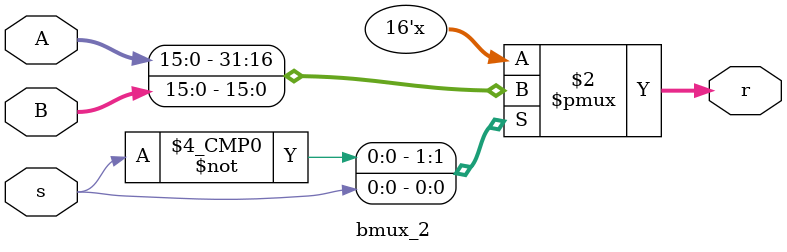
<source format=v>
`timescale 1ns / 1ps
module bmux_2(
    input s,
    input [15:0] A,
    input [15:0] B,
    output reg [15:0] r
    );
    
    always@(*) begin
        case(s)
            0: r = A;
            1: r = B;
        endcase
    end


endmodule

</source>
